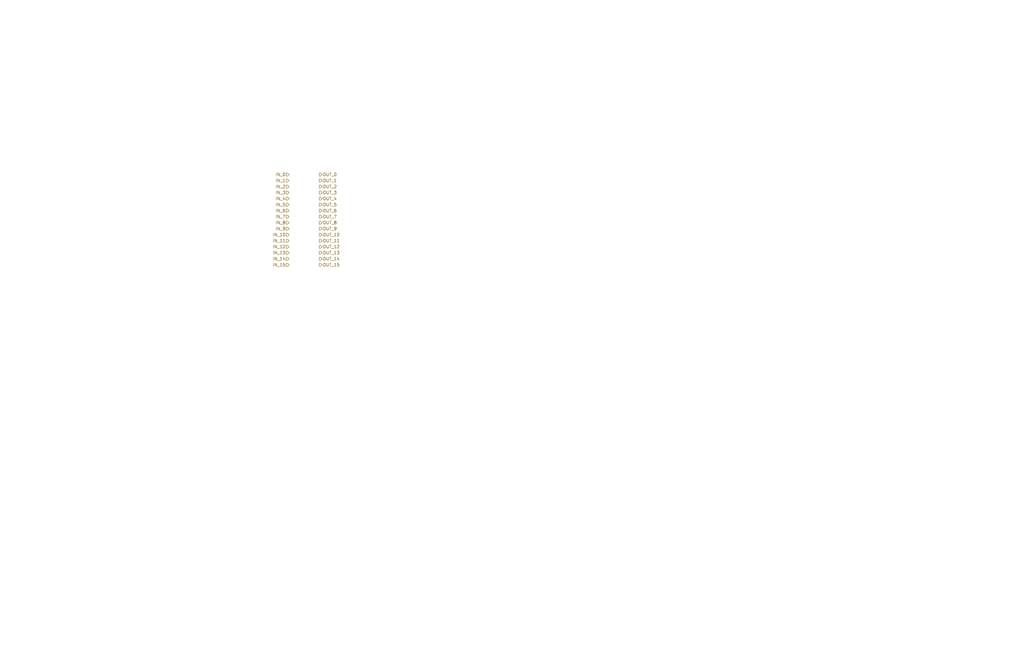
<source format=kicad_sch>
(kicad_sch
	(version 20250114)
	(generator "eeschema")
	(generator_version "9.0")
	(uuid "d63e6207-33f5-436b-87ed-b7d1142e8aa9")
	(paper "B")
	(lib_symbols)
	(hierarchical_label "OUT_15"
		(shape output)
		(at 134.62 111.76 0)
		(effects
			(font
				(size 1.27 1.27)
			)
			(justify left)
		)
		(uuid "01b1f830-3c90-4f02-bdc1-a6073dd635b0")
	)
	(hierarchical_label "OUT_9"
		(shape output)
		(at 134.62 96.52 0)
		(effects
			(font
				(size 1.27 1.27)
			)
			(justify left)
		)
		(uuid "150fbc9d-c0b9-498a-9b11-d844dfda135b")
	)
	(hierarchical_label "OUT_13"
		(shape output)
		(at 134.62 106.68 0)
		(effects
			(font
				(size 1.27 1.27)
			)
			(justify left)
		)
		(uuid "170ba22c-fb5b-4454-97f6-2209761657c2")
	)
	(hierarchical_label "IN_3"
		(shape input)
		(at 121.92 81.28 180)
		(effects
			(font
				(size 1.27 1.27)
			)
			(justify right)
		)
		(uuid "192f922f-4a30-490d-840f-fc56b4b42c1d")
	)
	(hierarchical_label "IN_11"
		(shape input)
		(at 121.92 101.6 180)
		(effects
			(font
				(size 1.27 1.27)
			)
			(justify right)
		)
		(uuid "29ca1b14-bceb-497f-8bf6-7e2700b217df")
	)
	(hierarchical_label "IN_15"
		(shape input)
		(at 121.92 111.76 180)
		(effects
			(font
				(size 1.27 1.27)
			)
			(justify right)
		)
		(uuid "30e4202e-caba-4092-9fe8-1846b4033e30")
	)
	(hierarchical_label "OUT_8"
		(shape output)
		(at 134.62 93.98 0)
		(effects
			(font
				(size 1.27 1.27)
			)
			(justify left)
		)
		(uuid "527b13c9-5cf9-4749-a160-71cf02d28c37")
	)
	(hierarchical_label "IN_4"
		(shape input)
		(at 121.92 83.82 180)
		(effects
			(font
				(size 1.27 1.27)
			)
			(justify right)
		)
		(uuid "5694f980-c9fa-41aa-821f-c650a398c498")
	)
	(hierarchical_label "OUT_2"
		(shape output)
		(at 134.62 78.74 0)
		(effects
			(font
				(size 1.27 1.27)
			)
			(justify left)
		)
		(uuid "6147eafa-4d52-4e6d-9e43-f2e4b4cf8a21")
	)
	(hierarchical_label "IN_13"
		(shape input)
		(at 121.92 106.68 180)
		(effects
			(font
				(size 1.27 1.27)
			)
			(justify right)
		)
		(uuid "61f4f69b-b3ec-4de6-9ca8-b9dcfb19a298")
	)
	(hierarchical_label "OUT_12"
		(shape output)
		(at 134.62 104.14 0)
		(effects
			(font
				(size 1.27 1.27)
			)
			(justify left)
		)
		(uuid "67da73d6-9216-4fd8-b3ae-2715b2f9ca08")
	)
	(hierarchical_label "IN_1"
		(shape input)
		(at 121.92 76.2 180)
		(effects
			(font
				(size 1.27 1.27)
			)
			(justify right)
		)
		(uuid "7898e8bf-d333-4d94-8844-1e711c5168d0")
	)
	(hierarchical_label "IN_8"
		(shape input)
		(at 121.92 93.98 180)
		(effects
			(font
				(size 1.27 1.27)
			)
			(justify right)
		)
		(uuid "80098b2d-fc91-4c21-965b-2ce223f871b3")
	)
	(hierarchical_label "IN_6"
		(shape input)
		(at 121.92 88.9 180)
		(effects
			(font
				(size 1.27 1.27)
			)
			(justify right)
		)
		(uuid "806a18cc-d951-4454-ad3d-bd718a072397")
	)
	(hierarchical_label "IN_12"
		(shape input)
		(at 121.92 104.14 180)
		(effects
			(font
				(size 1.27 1.27)
			)
			(justify right)
		)
		(uuid "8a0dee39-0c35-427b-8737-3bece385a0fa")
	)
	(hierarchical_label "OUT_0"
		(shape output)
		(at 134.62 73.66 0)
		(effects
			(font
				(size 1.27 1.27)
			)
			(justify left)
		)
		(uuid "8f0628b4-bf31-4cae-ad1f-da1973478a35")
	)
	(hierarchical_label "IN_10"
		(shape input)
		(at 121.92 99.06 180)
		(effects
			(font
				(size 1.27 1.27)
			)
			(justify right)
		)
		(uuid "9062b054-8a99-4dad-8b72-5a277447869d")
	)
	(hierarchical_label "IN_7"
		(shape input)
		(at 121.92 91.44 180)
		(effects
			(font
				(size 1.27 1.27)
			)
			(justify right)
		)
		(uuid "962ba741-f1f8-47ec-9a73-2b4ba9efc92e")
	)
	(hierarchical_label "OUT_4"
		(shape output)
		(at 134.62 83.82 0)
		(effects
			(font
				(size 1.27 1.27)
			)
			(justify left)
		)
		(uuid "a236b9f6-c8c4-4f55-983d-04586763e2f3")
	)
	(hierarchical_label "OUT_10"
		(shape output)
		(at 134.62 99.06 0)
		(effects
			(font
				(size 1.27 1.27)
			)
			(justify left)
		)
		(uuid "b3dab27f-9d20-4e0b-acf3-734d033016e7")
	)
	(hierarchical_label "IN_0"
		(shape input)
		(at 121.92 73.66 180)
		(effects
			(font
				(size 1.27 1.27)
			)
			(justify right)
		)
		(uuid "be847485-fa0e-45ce-8b0e-9fff9cc80a56")
	)
	(hierarchical_label "OUT_7"
		(shape output)
		(at 134.62 91.44 0)
		(effects
			(font
				(size 1.27 1.27)
			)
			(justify left)
		)
		(uuid "c65c5743-b76f-4347-9864-371f81d9663b")
	)
	(hierarchical_label "OUT_14"
		(shape output)
		(at 134.62 109.22 0)
		(effects
			(font
				(size 1.27 1.27)
			)
			(justify left)
		)
		(uuid "cb8dac85-a191-4ad7-8937-467d308aa2c2")
	)
	(hierarchical_label "OUT_6"
		(shape output)
		(at 134.62 88.9 0)
		(effects
			(font
				(size 1.27 1.27)
			)
			(justify left)
		)
		(uuid "d1afaa71-0508-4b92-b9fc-3adab688019d")
	)
	(hierarchical_label "IN_14"
		(shape input)
		(at 121.92 109.22 180)
		(effects
			(font
				(size 1.27 1.27)
			)
			(justify right)
		)
		(uuid "d40b2287-3472-484c-af51-c3557663d58f")
	)
	(hierarchical_label "OUT_5"
		(shape output)
		(at 134.62 86.36 0)
		(effects
			(font
				(size 1.27 1.27)
			)
			(justify left)
		)
		(uuid "d565bcda-c653-405e-bc22-9e7ee6e73074")
	)
	(hierarchical_label "IN_2"
		(shape input)
		(at 121.92 78.74 180)
		(effects
			(font
				(size 1.27 1.27)
			)
			(justify right)
		)
		(uuid "dcd9db83-3b13-4e3d-9809-9264debe9e1b")
	)
	(hierarchical_label "OUT_11"
		(shape output)
		(at 134.62 101.6 0)
		(effects
			(font
				(size 1.27 1.27)
			)
			(justify left)
		)
		(uuid "dda1756a-02e5-4078-9347-5244b8ae5a09")
	)
	(hierarchical_label "OUT_1"
		(shape output)
		(at 134.62 76.2 0)
		(effects
			(font
				(size 1.27 1.27)
			)
			(justify left)
		)
		(uuid "e5fa3f3c-9658-4885-b32e-972d671e3d0c")
	)
	(hierarchical_label "IN_9"
		(shape input)
		(at 121.92 96.52 180)
		(effects
			(font
				(size 1.27 1.27)
			)
			(justify right)
		)
		(uuid "f65cb02a-5a6e-4366-8456-05501a6f4ff0")
	)
	(hierarchical_label "IN_5"
		(shape input)
		(at 121.92 86.36 180)
		(effects
			(font
				(size 1.27 1.27)
			)
			(justify right)
		)
		(uuid "f6f5dc39-6d4b-4014-bd07-9097026080e6")
	)
	(hierarchical_label "OUT_3"
		(shape output)
		(at 134.62 81.28 0)
		(effects
			(font
				(size 1.27 1.27)
			)
			(justify left)
		)
		(uuid "f8460f02-460b-4a33-8b80-5ce621525701")
	)
)

</source>
